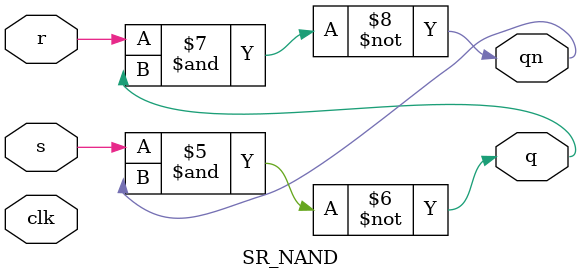
<source format=v>
module SR_NAND_test ;
    wire Q , Qn ;
    reg R , S , clk ;

    SR_NAND aa(.q(Q),.qn(Qn),.r(R),.s(S),.clk(clk));
    initial begin
    #0 clk = 1 ; S = 0 ; R = 1 ; 
    #5 clk = 0 ; S = 0 ; R = 1 ; 
    #5 clk = 1 ; S = 1 ; R = 0 ; 
    #5 clk = 0 ; S = 1 ; R = 0 ; 
    #5 clk = 1 ; S = 1 ; R = 1 ; 
    #5 clk = 0 ; S = 1 ; R = 0 ; 
    #5 clk = 1 ; S = 0 ; R = 0 ; 
    end
    
    initial begin
    $display("HEM -- 202053007 -- SR Latch NAND-- Structural");
    $monitor ( "\nClock = %b, S = %b, R = %b, Q = %b, Q' = %b, time = %2d",clk,S,R,Q,Qn,$time) ;
    end
endmodule

module SR_NAND (q,qn,r,s,clk);
    output q,qn;
    input r,s,clk;
    wire r1,s1;
    nand na1(s1,s,clk);
    nand na2(r1,r,clk);
    nand n1 (q,s,qn);
    nand n2 (qn,r,q);
endmodule

</source>
